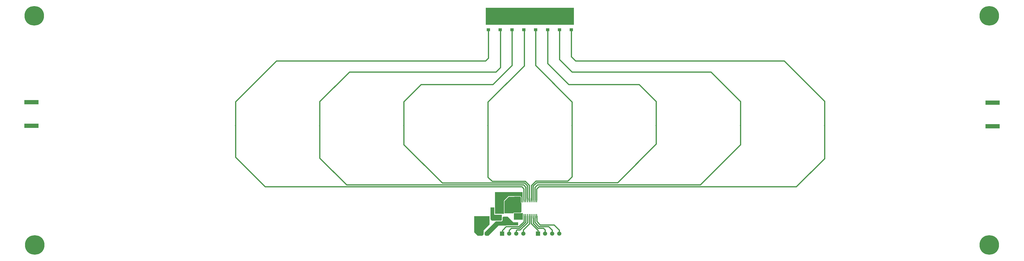
<source format=gbr>
%TF.GenerationSoftware,Altium Limited,Altium Designer,24.4.1 (13)*%
G04 Layer_Physical_Order=4*
G04 Layer_Color=16711680*
%FSLAX45Y45*%
%MOMM*%
%TF.SameCoordinates,4FF739F8-A24E-4C84-90D3-729B67262028*%
%TF.FilePolarity,Positive*%
%TF.FileFunction,Copper,L4,Bot,Signal*%
%TF.Part,Single*%
G01*
G75*
%TA.AperFunction,ConnectorPad*%
%ADD10R,5.08000X1.52000*%
%TA.AperFunction,SMDPad,CuDef*%
%ADD11R,1.40000X0.55000*%
%TA.AperFunction,Conductor*%
%ADD18C,0.38100*%
%TA.AperFunction,ComponentPad*%
%ADD19C,6.99999*%
%ADD20C,1.50800*%
%ADD21R,1.50800X1.50800*%
%TA.AperFunction,ViaPad*%
%ADD22C,1.00000*%
%ADD24C,0.40000*%
%ADD25C,0.50000*%
%TA.AperFunction,SMDPad,CuDef*%
G04:AMPARAMS|DCode=26|XSize=1.57mm|YSize=0.41mm|CornerRadius=0.1025mm|HoleSize=0mm|Usage=FLASHONLY|Rotation=270.000|XOffset=0mm|YOffset=0mm|HoleType=Round|Shape=RoundedRectangle|*
%AMROUNDEDRECTD26*
21,1,1.57000,0.20500,0,0,270.0*
21,1,1.36500,0.41000,0,0,270.0*
1,1,0.20500,-0.10250,-0.68250*
1,1,0.20500,-0.10250,0.68250*
1,1,0.20500,0.10250,0.68250*
1,1,0.20500,0.10250,-0.68250*
%
%ADD26ROUNDEDRECTD26*%
%ADD27R,1.30000X1.10000*%
%ADD28R,1.40000X0.90000*%
%ADD29R,1.00000X0.85000*%
%ADD30R,3.25000X1.95000*%
%ADD31R,0.90000X1.95000*%
%ADD32R,0.85000X1.00000*%
G36*
X22282500Y12637500D02*
X19117500D01*
Y13245000D01*
X22282500D01*
Y12637500D01*
D02*
G37*
G36*
X20445000Y6269508D02*
X20435828Y6260725D01*
X20402499Y6262174D01*
Y6454000D01*
X20357500Y6490000D01*
X19935616Y6485411D01*
X19770000Y6320203D01*
Y5853800D01*
X19450000D01*
Y6628500D01*
X20445000D01*
Y6269508D01*
D02*
G37*
G36*
X20382108Y6444199D02*
Y6262174D01*
X20382799Y6258698D01*
X20383339Y6255196D01*
X20383572Y6254811D01*
X20383659Y6254370D01*
X20385629Y6251424D01*
X20387468Y6248395D01*
X20387831Y6248129D01*
X20388081Y6247755D01*
X20391026Y6245786D01*
X20393884Y6243691D01*
X20394322Y6243584D01*
X20394696Y6243334D01*
X20398174Y6242643D01*
X20401614Y6241801D01*
X20402499Y6241763D01*
Y5925000D01*
X20372893Y5895392D01*
X20277699D01*
Y5897300D01*
X20137700D01*
Y5895392D01*
X20130000D01*
X20122195Y5893840D01*
X20115581Y5889420D01*
X20111160Y5882804D01*
X20109608Y5875000D01*
Y5867500D01*
X19790392D01*
Y6311742D01*
X19944139Y6465111D01*
X20350446Y6469530D01*
X20382108Y6444199D01*
D02*
G37*
G36*
X20447501Y5640000D02*
X20130000Y5640000D01*
Y5875000D01*
X20447501D01*
Y5640000D01*
D02*
G37*
G36*
X19429608Y5853800D02*
X19430000Y5851830D01*
Y5820000D01*
X19695000D01*
Y5627500D01*
X19672501Y5605000D01*
X19337500D01*
X19289999Y5652500D01*
Y6082500D01*
X19429608D01*
Y5853800D01*
D02*
G37*
G36*
X19256335Y5468835D02*
X19045000Y5257500D01*
Y5117500D01*
X18992500Y5065000D01*
X18832500D01*
X18710001Y5187500D01*
Y5767500D01*
X19253783D01*
X19256335Y5468835D01*
D02*
G37*
G36*
X19902499Y5752500D02*
X20110001Y5545000D01*
X20282500Y5545000D01*
Y5437500D01*
X20279816Y5434815D01*
X19852499D01*
X19840862Y5432500D01*
X19587500D01*
X19217500Y5062500D01*
X19125000D01*
X19082500Y5105000D01*
X19082500Y5187500D01*
X19477499Y5582500D01*
X19692500D01*
X19722501Y5612500D01*
Y5730000D01*
X19745000Y5752500D01*
X19902499Y5752500D01*
D02*
G37*
D10*
X2841500Y9008500D02*
D03*
Y9856500D02*
D03*
X37283499Y8996000D02*
D03*
Y9844000D02*
D03*
D11*
X19827200Y5714100D02*
D03*
X19572200D02*
D03*
D18*
X13171297Y9008797D02*
X13172501Y9010000D01*
X13171297Y7851503D02*
Y9008797D01*
Y9011203D02*
X13172501Y9010000D01*
X13171297Y9011203D02*
Y9881297D01*
X20497501Y11165000D02*
Y12450714D01*
X19642500Y11105000D02*
Y12460000D01*
X20488214D02*
X20497501Y12450714D01*
X20907500Y12455715D02*
X20911784Y12460000D01*
X20755151Y6872317D02*
X20913434Y7030600D01*
X20755151Y6415506D02*
Y6872317D01*
X20751151Y6345450D02*
Y6411505D01*
X20755151Y6415506D01*
X20913434Y7030600D02*
X22063100D01*
X20749699Y6344000D02*
X20751151Y6345450D01*
X22215147Y7182648D02*
Y9017000D01*
X22063100Y7030600D02*
X22215147Y7182648D01*
X20881149Y6345450D02*
Y6801150D01*
X20944701Y6344000D02*
Y6744700D01*
X21022501Y6822500D01*
X20881149Y6801150D02*
X20977499Y6897500D01*
X21022501Y6822500D02*
X30245599D01*
X20977499Y6897500D02*
X26810001D01*
X20937500Y6972500D02*
X23842500D01*
X20814700Y6344000D02*
Y6849700D01*
X20937500Y6972500D01*
X23842500D02*
X25226500Y8356500D01*
X26810001Y6897500D02*
X28244382Y8331882D01*
X30245599Y6822500D02*
X31259000Y7835899D01*
X20683250Y6345450D02*
Y6411505D01*
Y6345450D02*
X20684700Y6344000D01*
X19349400Y7018100D02*
X20535266D01*
X19200531Y7166969D02*
X19349400Y7018100D01*
X20679250Y6415506D02*
X20683250Y6411505D01*
X20535266Y7018100D02*
X20679250Y6874117D01*
X19200531Y7166969D02*
Y9017000D01*
X20679250Y6415506D02*
Y6874117D01*
X20412500Y6822500D02*
X20488251Y6746750D01*
Y6345450D02*
Y6746750D01*
X20554700Y6344000D02*
Y6810300D01*
X14132800Y6889999D02*
X20475000D01*
X17560001Y6960000D02*
X20511200D01*
X11215800Y6822500D02*
X20412500D01*
X20475000Y6890000D02*
X20554700Y6810300D01*
X20614250Y6415505D02*
Y6856950D01*
X20511200Y6960000D02*
X20614250Y6856950D01*
X16185915Y8334086D02*
X17560001Y6960000D01*
X13171297Y7851503D02*
X14132800Y6889999D01*
X10156680Y7881620D02*
X11215800Y6822500D01*
X19200531Y9017000D02*
Y9868031D01*
X28244382Y8331882D02*
Y9017000D01*
Y9883118D01*
X16185915Y8334086D02*
Y9017000D01*
X25226500Y8356500D02*
Y9017000D01*
X19959500Y5142500D02*
Y5259500D01*
X20032500Y5332500D01*
X19710233Y5147232D02*
Y5252732D01*
X19852499Y5395000D02*
X20307500D01*
X19710233Y5252732D02*
X19852499Y5395000D01*
X20215172Y5252082D02*
X20237491Y5274400D01*
X20215172Y5144172D02*
Y5252082D01*
X20213499Y5142500D02*
X20215172Y5144172D01*
X20879700Y6344000D02*
X20881149Y6345450D01*
X19378300Y5962500D02*
X19380800Y5965000D01*
X20684700Y5494700D02*
Y5770000D01*
X20307500Y5395000D02*
X20489700Y5577200D01*
X20619701Y5542869D02*
Y5770000D01*
X20554700Y5560034D02*
Y5770000D01*
X20489700Y5577200D02*
Y5770000D01*
X21373100Y5396900D02*
X21499001Y5271000D01*
X21072501Y5455000D02*
X21564999D01*
X21183701Y5338800D02*
X21245000Y5277500D01*
X21028101Y5396900D02*
X21373100D01*
X20996201Y5338800D02*
X21183701D01*
X21564999Y5455000D02*
X21753000Y5267000D01*
X21245000Y5142500D02*
Y5277500D01*
X21499001Y5142500D02*
Y5271000D01*
X20991000Y5142500D02*
Y5261835D01*
X21753000Y5142500D02*
Y5267000D01*
X20488251Y6345450D02*
X20489700Y6344000D01*
X20614250Y6415505D02*
X20618250Y6411505D01*
Y6345450D02*
Y6411505D01*
Y6345450D02*
X20619701Y6344000D01*
X20879700Y5770000D02*
X20881149Y5768550D01*
X20946150Y5581350D02*
Y5768550D01*
Y5581350D02*
X21072501Y5455000D01*
X20881149Y5543850D02*
X21028101Y5396900D01*
X20749699Y5503135D02*
X20991000Y5261835D01*
X20944701Y5770000D02*
X20946150Y5768550D01*
X20749699Y5503135D02*
Y5770000D01*
X20881149Y5543850D02*
Y5768550D01*
X20820151Y5514850D02*
Y5698495D01*
X20816150Y5702495D02*
Y5768550D01*
X20814700Y5770000D02*
X20816150Y5768550D01*
X20820151Y5514850D02*
X20996201Y5338800D01*
X20816150Y5702495D02*
X20820151Y5698495D01*
X20032500Y5332500D02*
X20327167D01*
X20237491Y5274400D02*
X20351231D01*
X20467500Y5142500D02*
Y5277500D01*
X20684700Y5494700D01*
X20327167Y5332500D02*
X20554700Y5560034D01*
X20351231Y5274400D02*
X20619701Y5542869D01*
X19705499Y5142500D02*
X19710233Y5147232D01*
X19375800Y5714100D02*
X19378300Y5716600D01*
X16185915Y9017000D02*
Y9870914D01*
X21335358Y11249643D02*
X22089999Y10495000D01*
X24612500D02*
X25226500Y9881000D01*
X22089999Y10495000D02*
X24612500D01*
X22182500Y11490000D02*
X22337500Y11335000D01*
X29815497D01*
X31259000Y9891499D01*
X22182500Y11490000D02*
Y12460000D01*
X31259000Y9017000D02*
Y9891499D01*
X21758928Y11391072D02*
Y12452500D01*
Y11391072D02*
X22210001Y10940000D01*
X27187500D02*
X28244382Y9883118D01*
X22210001Y10940000D02*
X27187500D01*
X21335358Y11249643D02*
Y12460000D01*
X11620000Y11337500D02*
X19114999D01*
X10156680Y9020111D02*
Y9874180D01*
X11620000Y11337500D01*
X14235001Y10945000D02*
X19482500D01*
X13171297Y9881297D02*
X14235001Y10945000D01*
X16185915Y9870914D02*
X16805000Y10490000D01*
X19377499D01*
X20907500Y11177500D02*
X22215147Y9869852D01*
X20907500Y11177500D02*
Y12455715D01*
X22215147Y9017000D02*
Y9869852D01*
X25226500Y9017000D02*
Y9881000D01*
X19200531Y9868031D02*
X20497501Y11165000D01*
X19377499Y10490000D02*
X20064642Y11177143D01*
Y12460000D01*
X19482500Y10945000D02*
X19642500Y11105000D01*
X19217500Y11440000D02*
Y12460000D01*
X19114999Y11337500D02*
X19217500Y11440000D01*
X10156680Y7881620D02*
Y9020111D01*
X31259000Y7835899D02*
Y9017000D01*
D19*
X37164999Y4732500D02*
D03*
Y12952499D02*
D03*
X2955000Y4732500D02*
D03*
X2937500Y12952499D02*
D03*
D20*
X19164999Y5142500D02*
D03*
X19959500D02*
D03*
X20213499D02*
D03*
X20467500D02*
D03*
X21245000D02*
D03*
X21499001D02*
D03*
X21753000D02*
D03*
D21*
X18911000D02*
D03*
X19705499D02*
D03*
X20991000D02*
D03*
D22*
X37485001Y8997500D02*
D03*
X37262500Y9000000D02*
D03*
X37373749D02*
D03*
X37477499Y9847500D02*
D03*
X37254999Y9850000D02*
D03*
X37366251D02*
D03*
X2872500Y9852500D02*
D03*
X2650000Y9855000D02*
D03*
X2761250D02*
D03*
X2870000Y9005000D02*
D03*
X2647500Y9007500D02*
D03*
X2758750D02*
D03*
D24*
X22100012Y13000008D02*
D03*
X22000012Y12800008D02*
D03*
X21900012Y13000008D02*
D03*
X21800012Y12800008D02*
D03*
X21700012Y13000008D02*
D03*
X21600012Y12800008D02*
D03*
X21500012Y13000008D02*
D03*
X21400012Y12800008D02*
D03*
X21300012Y13000008D02*
D03*
X21200011Y12800008D02*
D03*
X21100011Y13000008D02*
D03*
X21000011Y12800008D02*
D03*
X20900011Y13000008D02*
D03*
X20800011Y12800008D02*
D03*
X20700011Y13000008D02*
D03*
X20600011Y12800008D02*
D03*
X20500011Y13000008D02*
D03*
X20400011Y12800008D02*
D03*
X20300011Y13000008D02*
D03*
X20200011Y12800008D02*
D03*
X20100011Y13000008D02*
D03*
X20000011Y12800008D02*
D03*
X19900011Y13000008D02*
D03*
X19800011Y12800008D02*
D03*
X19700011Y13000008D02*
D03*
X19600011Y12800008D02*
D03*
X19500011Y13000008D02*
D03*
X19400011Y12800008D02*
D03*
X19300011Y13000008D02*
D03*
X19200011Y12800008D02*
D03*
D25*
X19922501Y5902500D02*
D03*
X20085001Y6175000D02*
D03*
X20117500Y6402500D02*
D03*
X20287500Y6002500D02*
D03*
X20275000Y6402500D02*
D03*
X19852499Y6277500D02*
D03*
D03*
X19125000Y5405000D02*
D03*
X18935001Y5492500D02*
D03*
X19122501Y5727500D02*
D03*
X18755000Y5210000D02*
D03*
X18767500Y5720000D02*
D03*
X19495000Y5895000D02*
D03*
D03*
X19722501D02*
D03*
X20397501Y6530000D02*
D03*
X13172501Y9010000D02*
D03*
X16185915Y9017000D02*
D03*
X10156680Y9020111D02*
D03*
X31259000Y9017000D02*
D03*
X28244382D02*
D03*
X25226500D02*
D03*
X22215147D02*
D03*
X19200531D02*
D03*
D26*
X20359700Y6344000D02*
D03*
X20424699D02*
D03*
X20489700D02*
D03*
X20554700D02*
D03*
X20619701D02*
D03*
X20684700D02*
D03*
X20749699D02*
D03*
X20814700D02*
D03*
X20879700D02*
D03*
X20944701D02*
D03*
Y5770000D02*
D03*
X20879700D02*
D03*
X20814700D02*
D03*
X20749699D02*
D03*
X20684700D02*
D03*
X20619701D02*
D03*
X20554700D02*
D03*
X20489700D02*
D03*
X20424699D02*
D03*
X20359700D02*
D03*
D27*
X20064642Y12460000D02*
D03*
Y12690000D02*
D03*
X19217500Y12460000D02*
D03*
Y12690000D02*
D03*
X19641071Y12460000D02*
D03*
Y12690000D02*
D03*
X20911784Y12460000D02*
D03*
Y12690000D02*
D03*
X20488214Y12460000D02*
D03*
Y12690000D02*
D03*
X21335358Y12460000D02*
D03*
Y12690000D02*
D03*
X21758928Y12460000D02*
D03*
Y12690000D02*
D03*
X22182500Y12460000D02*
D03*
Y12690000D02*
D03*
D28*
X20207700Y5684600D02*
D03*
Y5489600D02*
D03*
D29*
X20042599Y6571300D02*
D03*
Y6406300D02*
D03*
X20207700Y5834800D02*
D03*
Y5999800D02*
D03*
D30*
X19610800Y6530000D02*
D03*
D31*
X19380800Y5965000D02*
D03*
X19610800D02*
D03*
X19840800D02*
D03*
D32*
X19375800Y5714100D02*
D03*
X19210800D02*
D03*
%TF.MD5,787eb247d6954cd52024d453702511f8*%
M02*

</source>
